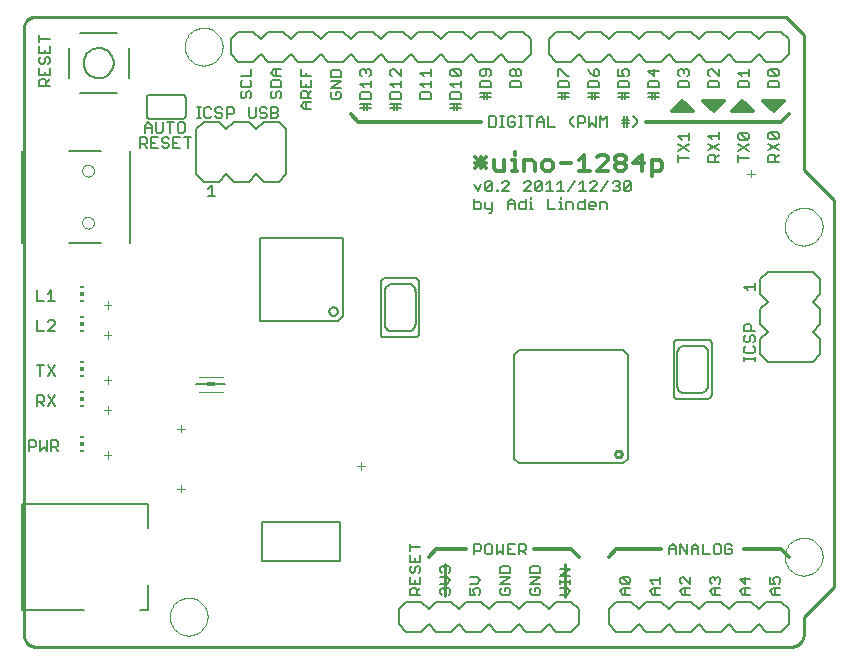
<source format=gto>
G75*
G70*
%OFA0B0*%
%FSLAX24Y24*%
%IPPOS*%
%LPD*%
%AMOC8*
5,1,8,0,0,1.08239X$1,22.5*
%
%ADD10C,0.0050*%
%ADD11C,0.0000*%
%ADD12C,0.0100*%
%ADD13C,0.0120*%
%ADD14C,0.0030*%
%ADD15C,0.0080*%
%ADD16C,0.0060*%
%ADD17R,0.0276X0.0118*%
%ADD18C,0.0028*%
%ADD19R,0.0118X0.0059*%
%ADD20R,0.0118X0.0118*%
D10*
X002629Y007363D02*
X002629Y007714D01*
X002804Y007714D01*
X002862Y007655D01*
X002862Y007538D01*
X002804Y007480D01*
X002629Y007480D01*
X002997Y007363D02*
X002997Y007714D01*
X003231Y007714D02*
X003231Y007363D01*
X003114Y007480D01*
X002997Y007363D01*
X003366Y007363D02*
X003366Y007714D01*
X003541Y007714D01*
X003599Y007655D01*
X003599Y007538D01*
X003541Y007480D01*
X003366Y007480D01*
X003482Y007480D02*
X003599Y007363D01*
X003481Y008863D02*
X003247Y009214D01*
X003112Y009155D02*
X003112Y009038D01*
X003054Y008980D01*
X002879Y008980D01*
X002996Y008980D02*
X003112Y008863D01*
X003247Y008863D02*
X003481Y009214D01*
X003112Y009155D02*
X003054Y009214D01*
X002879Y009214D01*
X002879Y008863D01*
X002996Y009863D02*
X002996Y010214D01*
X003112Y010214D02*
X002879Y010214D01*
X003247Y010214D02*
X003481Y009863D01*
X003247Y009863D02*
X003481Y010214D01*
X003481Y011363D02*
X003247Y011363D01*
X003481Y011597D01*
X003481Y011655D01*
X003422Y011714D01*
X003306Y011714D01*
X003247Y011655D01*
X003112Y011363D02*
X002879Y011363D01*
X002879Y011714D01*
X002879Y012363D02*
X003112Y012363D01*
X003247Y012363D02*
X003481Y012363D01*
X003364Y012363D02*
X003364Y012714D01*
X003247Y012597D01*
X002879Y012714D02*
X002879Y012363D01*
X002388Y014301D02*
X002388Y017372D01*
X003963Y017372D02*
X005026Y017372D01*
X006010Y017372D02*
X006010Y014301D01*
X006010Y014577D02*
X006010Y015010D01*
X005026Y014301D02*
X003963Y014301D01*
X006010Y016663D02*
X006010Y017096D01*
X006329Y017463D02*
X006329Y017814D01*
X006504Y017814D01*
X006562Y017755D01*
X006562Y017638D01*
X006504Y017580D01*
X006329Y017580D01*
X006446Y017580D02*
X006562Y017463D01*
X006697Y017463D02*
X006931Y017463D01*
X007066Y017522D02*
X007124Y017463D01*
X007241Y017463D01*
X007299Y017522D01*
X007299Y017580D01*
X007241Y017638D01*
X007124Y017638D01*
X007066Y017697D01*
X007066Y017755D01*
X007124Y017814D01*
X007241Y017814D01*
X007299Y017755D01*
X007434Y017814D02*
X007434Y017463D01*
X007667Y017463D01*
X007551Y017638D02*
X007434Y017638D01*
X007434Y017814D02*
X007667Y017814D01*
X007802Y017814D02*
X008036Y017814D01*
X007919Y017814D02*
X007919Y017463D01*
X007759Y017963D02*
X007642Y017963D01*
X007584Y018022D01*
X007584Y018255D01*
X007642Y018314D01*
X007759Y018314D01*
X007817Y018255D01*
X007817Y018022D01*
X007759Y017963D01*
X007449Y018314D02*
X007216Y018314D01*
X007332Y018314D02*
X007332Y017963D01*
X007081Y018022D02*
X007081Y018314D01*
X006847Y018314D02*
X006847Y018022D01*
X006906Y017963D01*
X007022Y017963D01*
X007081Y018022D01*
X006931Y017814D02*
X006697Y017814D01*
X006697Y017463D01*
X006697Y017638D02*
X006814Y017638D01*
X006712Y017963D02*
X006712Y018197D01*
X006596Y018314D01*
X006479Y018197D01*
X006479Y017963D01*
X006479Y018138D02*
X006712Y018138D01*
X008229Y018463D02*
X008346Y018463D01*
X008287Y018463D02*
X008287Y018814D01*
X008229Y018814D02*
X008346Y018814D01*
X008474Y018755D02*
X008533Y018814D01*
X008650Y018814D01*
X008708Y018755D01*
X008843Y018755D02*
X008843Y018697D01*
X008901Y018638D01*
X009018Y018638D01*
X009076Y018580D01*
X009076Y018522D01*
X009018Y018463D01*
X008901Y018463D01*
X008843Y018522D01*
X008708Y018522D02*
X008650Y018463D01*
X008533Y018463D01*
X008474Y018522D01*
X008474Y018755D01*
X008843Y018755D02*
X008901Y018814D01*
X009018Y018814D01*
X009076Y018755D01*
X009211Y018814D02*
X009211Y018463D01*
X009211Y018580D02*
X009386Y018580D01*
X009445Y018638D01*
X009445Y018755D01*
X009386Y018814D01*
X009211Y018814D01*
X009686Y019170D02*
X009744Y019112D01*
X009802Y019112D01*
X009861Y019170D01*
X009861Y019287D01*
X009919Y019345D01*
X009978Y019345D01*
X010036Y019287D01*
X010036Y019170D01*
X009978Y019112D01*
X009686Y019170D02*
X009686Y019287D01*
X009744Y019345D01*
X009744Y019480D02*
X009978Y019480D01*
X010036Y019538D01*
X010036Y019655D01*
X009978Y019714D01*
X010036Y019848D02*
X010036Y020082D01*
X010036Y019848D02*
X009686Y019848D01*
X009744Y019714D02*
X009686Y019655D01*
X009686Y019538D01*
X009744Y019480D01*
X009948Y018814D02*
X009948Y018522D01*
X010006Y018463D01*
X010123Y018463D01*
X010181Y018522D01*
X010181Y018814D01*
X010316Y018755D02*
X010374Y018814D01*
X010491Y018814D01*
X010549Y018755D01*
X010491Y018638D02*
X010549Y018580D01*
X010549Y018522D01*
X010491Y018463D01*
X010374Y018463D01*
X010316Y018522D01*
X010374Y018638D02*
X010491Y018638D01*
X010374Y018638D02*
X010316Y018697D01*
X010316Y018755D01*
X010684Y018814D02*
X010684Y018463D01*
X010859Y018463D01*
X010918Y018522D01*
X010918Y018580D01*
X010859Y018638D01*
X010684Y018638D01*
X010859Y018638D02*
X010918Y018697D01*
X010918Y018755D01*
X010859Y018814D01*
X010684Y018814D01*
X010744Y019112D02*
X010686Y019170D01*
X010686Y019287D01*
X010744Y019345D01*
X010861Y019287D02*
X010919Y019345D01*
X010978Y019345D01*
X011036Y019287D01*
X011036Y019170D01*
X010978Y019112D01*
X010861Y019170D02*
X010861Y019287D01*
X010861Y019170D02*
X010802Y019112D01*
X010744Y019112D01*
X010686Y019480D02*
X010686Y019655D01*
X010744Y019714D01*
X010978Y019714D01*
X011036Y019655D01*
X011036Y019480D01*
X010686Y019480D01*
X010802Y019848D02*
X010686Y019965D01*
X010802Y020082D01*
X011036Y020082D01*
X010861Y020082D02*
X010861Y019848D01*
X010802Y019848D02*
X011036Y019848D01*
X011686Y019848D02*
X011686Y020082D01*
X011861Y019965D02*
X011861Y019848D01*
X012036Y019848D02*
X011686Y019848D01*
X011686Y019714D02*
X011686Y019480D01*
X012036Y019480D01*
X012036Y019714D01*
X011861Y019597D02*
X011861Y019480D01*
X011861Y019345D02*
X011919Y019287D01*
X011919Y019112D01*
X011919Y019229D02*
X012036Y019345D01*
X011861Y019345D02*
X011744Y019345D01*
X011686Y019287D01*
X011686Y019112D01*
X012036Y019112D01*
X012036Y018977D02*
X011802Y018977D01*
X011686Y018860D01*
X011802Y018744D01*
X012036Y018744D01*
X011861Y018744D02*
X011861Y018977D01*
X012681Y019160D02*
X012740Y019102D01*
X012973Y019102D01*
X013032Y019160D01*
X013032Y019277D01*
X012973Y019335D01*
X012856Y019335D01*
X012856Y019219D01*
X012740Y019335D02*
X012681Y019277D01*
X012681Y019160D01*
X012681Y019470D02*
X013032Y019704D01*
X012681Y019704D01*
X012681Y019838D02*
X012681Y020014D01*
X012740Y020072D01*
X012973Y020072D01*
X013032Y020014D01*
X013032Y019838D01*
X012681Y019838D01*
X012681Y019470D02*
X013032Y019470D01*
X013674Y019592D02*
X014024Y019592D01*
X014024Y019708D02*
X014024Y019475D01*
X013966Y019340D02*
X013732Y019340D01*
X013674Y019282D01*
X013674Y019107D01*
X014024Y019107D01*
X014024Y019282D01*
X013966Y019340D01*
X013791Y019475D02*
X013674Y019592D01*
X013732Y019843D02*
X013674Y019902D01*
X013674Y020018D01*
X013732Y020077D01*
X013791Y020077D01*
X013849Y020018D01*
X013907Y020077D01*
X013966Y020077D01*
X014024Y020018D01*
X014024Y019902D01*
X013966Y019843D01*
X013849Y019960D02*
X013849Y020018D01*
X014674Y020018D02*
X014674Y019902D01*
X014732Y019843D01*
X014674Y020018D02*
X014732Y020077D01*
X014791Y020077D01*
X015024Y019843D01*
X015024Y020077D01*
X015024Y019708D02*
X015024Y019475D01*
X015024Y019592D02*
X014674Y019592D01*
X014791Y019475D01*
X014732Y019340D02*
X014674Y019282D01*
X014674Y019107D01*
X015024Y019107D01*
X015024Y019282D01*
X014966Y019340D01*
X014732Y019340D01*
X014791Y018972D02*
X014791Y018913D01*
X014791Y018738D01*
X014907Y018738D02*
X014907Y018972D01*
X015024Y018913D02*
X014674Y018913D01*
X014674Y018797D02*
X015024Y018797D01*
X015674Y019107D02*
X015674Y019282D01*
X015732Y019340D01*
X015966Y019340D01*
X016024Y019282D01*
X016024Y019107D01*
X015674Y019107D01*
X015791Y019475D02*
X015674Y019592D01*
X016024Y019592D01*
X016024Y019708D02*
X016024Y019475D01*
X016024Y019843D02*
X016024Y020077D01*
X016024Y019960D02*
X015674Y019960D01*
X015791Y019843D01*
X016674Y019902D02*
X016674Y020018D01*
X016732Y020077D01*
X016966Y019843D01*
X017024Y019902D01*
X017024Y020018D01*
X016966Y020077D01*
X016732Y020077D01*
X016674Y019902D02*
X016732Y019843D01*
X016966Y019843D01*
X017024Y019708D02*
X017024Y019475D01*
X017024Y019592D02*
X016674Y019592D01*
X016791Y019475D01*
X016732Y019340D02*
X016674Y019282D01*
X016674Y019107D01*
X017024Y019107D01*
X017024Y019282D01*
X016966Y019340D01*
X016732Y019340D01*
X016791Y018972D02*
X016791Y018913D01*
X016791Y018738D01*
X016907Y018738D02*
X016907Y018972D01*
X017024Y018913D02*
X016674Y018913D01*
X016674Y018797D02*
X017024Y018797D01*
X017674Y019165D02*
X018024Y019165D01*
X018024Y019282D02*
X017674Y019282D01*
X017791Y019282D02*
X017791Y019107D01*
X017907Y019107D02*
X017907Y019340D01*
X017791Y019340D02*
X017791Y019282D01*
X017674Y019475D02*
X018024Y019475D01*
X018024Y019650D01*
X017966Y019708D01*
X017732Y019708D01*
X017674Y019650D01*
X017674Y019475D01*
X017732Y019843D02*
X017791Y019843D01*
X017849Y019902D01*
X017849Y020077D01*
X017966Y020077D02*
X017732Y020077D01*
X017674Y020018D01*
X017674Y019902D01*
X017732Y019843D01*
X017966Y019843D02*
X018024Y019902D01*
X018024Y020018D01*
X017966Y020077D01*
X018674Y020018D02*
X018674Y019902D01*
X018732Y019843D01*
X018791Y019843D01*
X018849Y019902D01*
X018849Y020018D01*
X018907Y020077D01*
X018966Y020077D01*
X019024Y020018D01*
X019024Y019902D01*
X018966Y019843D01*
X018907Y019843D01*
X018849Y019902D01*
X018849Y020018D02*
X018791Y020077D01*
X018732Y020077D01*
X018674Y020018D01*
X018732Y019708D02*
X018674Y019650D01*
X018674Y019475D01*
X019024Y019475D01*
X019024Y019650D01*
X018966Y019708D01*
X018732Y019708D01*
X018763Y018512D02*
X018646Y018512D01*
X018588Y018453D01*
X018588Y018220D01*
X018646Y018162D01*
X018763Y018162D01*
X018821Y018220D01*
X018821Y018337D01*
X018705Y018337D01*
X018821Y018453D02*
X018763Y018512D01*
X018956Y018512D02*
X019073Y018512D01*
X019015Y018512D02*
X019015Y018162D01*
X019073Y018162D02*
X018956Y018162D01*
X019202Y018512D02*
X019435Y018512D01*
X019319Y018512D02*
X019319Y018162D01*
X019570Y018162D02*
X019570Y018395D01*
X019687Y018512D01*
X019804Y018395D01*
X019804Y018162D01*
X019938Y018162D02*
X019938Y018512D01*
X019804Y018337D02*
X019570Y018337D01*
X019938Y018162D02*
X020172Y018162D01*
X020675Y018278D02*
X020675Y018395D01*
X020792Y018512D01*
X020921Y018512D02*
X020921Y018162D01*
X020921Y018278D02*
X021096Y018278D01*
X021154Y018337D01*
X021154Y018453D01*
X021096Y018512D01*
X020921Y018512D01*
X020675Y018278D02*
X020792Y018162D01*
X021289Y018162D02*
X021406Y018278D01*
X021522Y018162D01*
X021522Y018512D01*
X021657Y018512D02*
X021774Y018395D01*
X021891Y018512D01*
X021891Y018162D01*
X021657Y018162D02*
X021657Y018512D01*
X021289Y018512D02*
X021289Y018162D01*
X021391Y019107D02*
X021391Y019282D01*
X021391Y019340D01*
X021507Y019340D02*
X021507Y019107D01*
X021624Y019165D02*
X021274Y019165D01*
X021274Y019282D02*
X021624Y019282D01*
X021624Y019475D02*
X021624Y019650D01*
X021566Y019708D01*
X021332Y019708D01*
X021274Y019650D01*
X021274Y019475D01*
X021624Y019475D01*
X021566Y019843D02*
X021624Y019902D01*
X021624Y020018D01*
X021566Y020077D01*
X021507Y020077D01*
X021449Y020018D01*
X021449Y019843D01*
X021566Y019843D01*
X021449Y019843D02*
X021332Y019960D01*
X021274Y020077D01*
X020624Y019843D02*
X020566Y019843D01*
X020332Y020077D01*
X020274Y020077D01*
X020274Y019843D01*
X020332Y019708D02*
X020274Y019650D01*
X020274Y019475D01*
X020624Y019475D01*
X020624Y019650D01*
X020566Y019708D01*
X020332Y019708D01*
X020391Y019340D02*
X020391Y019282D01*
X020391Y019107D01*
X020507Y019107D02*
X020507Y019340D01*
X020624Y019282D02*
X020274Y019282D01*
X020274Y019165D02*
X020624Y019165D01*
X022274Y019165D02*
X022624Y019165D01*
X022624Y019282D02*
X022274Y019282D01*
X022391Y019282D02*
X022391Y019107D01*
X022507Y019107D02*
X022507Y019340D01*
X022391Y019340D02*
X022391Y019282D01*
X022274Y019475D02*
X022624Y019475D01*
X022624Y019650D01*
X022566Y019708D01*
X022332Y019708D01*
X022274Y019650D01*
X022274Y019475D01*
X022274Y019843D02*
X022449Y019843D01*
X022391Y019960D01*
X022391Y020018D01*
X022449Y020077D01*
X022566Y020077D01*
X022624Y020018D01*
X022624Y019902D01*
X022566Y019843D01*
X022274Y019843D02*
X022274Y020077D01*
X023274Y020018D02*
X023449Y019843D01*
X023449Y020077D01*
X023624Y020018D02*
X023274Y020018D01*
X023332Y019708D02*
X023274Y019650D01*
X023274Y019475D01*
X023624Y019475D01*
X023624Y019650D01*
X023566Y019708D01*
X023332Y019708D01*
X023391Y019340D02*
X023391Y019282D01*
X023391Y019107D01*
X023507Y019107D02*
X023507Y019340D01*
X023624Y019282D02*
X023274Y019282D01*
X023274Y019165D02*
X023624Y019165D01*
X024274Y019475D02*
X024274Y019650D01*
X024332Y019708D01*
X024566Y019708D01*
X024624Y019650D01*
X024624Y019475D01*
X024274Y019475D01*
X024332Y019843D02*
X024274Y019902D01*
X024274Y020018D01*
X024332Y020077D01*
X024391Y020077D01*
X024449Y020018D01*
X024507Y020077D01*
X024566Y020077D01*
X024624Y020018D01*
X024624Y019902D01*
X024566Y019843D01*
X024449Y019960D02*
X024449Y020018D01*
X025274Y020018D02*
X025274Y019902D01*
X025332Y019843D01*
X025332Y019708D02*
X025274Y019650D01*
X025274Y019475D01*
X025624Y019475D01*
X025624Y019650D01*
X025566Y019708D01*
X025332Y019708D01*
X025624Y019843D02*
X025391Y020077D01*
X025332Y020077D01*
X025274Y020018D01*
X025624Y020077D02*
X025624Y019843D01*
X026274Y019960D02*
X026624Y019960D01*
X026624Y019843D02*
X026624Y020077D01*
X026391Y019843D02*
X026274Y019960D01*
X026332Y019708D02*
X026274Y019650D01*
X026274Y019475D01*
X026624Y019475D01*
X026624Y019650D01*
X026566Y019708D01*
X026332Y019708D01*
X027274Y019650D02*
X027274Y019475D01*
X027624Y019475D01*
X027624Y019650D01*
X027566Y019708D01*
X027332Y019708D01*
X027274Y019650D01*
X027332Y019843D02*
X027274Y019902D01*
X027274Y020018D01*
X027332Y020077D01*
X027566Y019843D01*
X027624Y019902D01*
X027624Y020018D01*
X027566Y020077D01*
X027332Y020077D01*
X027332Y019843D02*
X027566Y019843D01*
X027566Y017977D02*
X027624Y017918D01*
X027624Y017802D01*
X027566Y017743D01*
X027332Y017977D01*
X027566Y017977D01*
X027332Y017977D02*
X027274Y017918D01*
X027274Y017802D01*
X027332Y017743D01*
X027566Y017743D01*
X027624Y017608D02*
X027274Y017375D01*
X027332Y017240D02*
X027449Y017240D01*
X027507Y017182D01*
X027507Y017007D01*
X027507Y017123D02*
X027624Y017240D01*
X027624Y017375D02*
X027274Y017608D01*
X027332Y017240D02*
X027274Y017182D01*
X027274Y017007D01*
X027624Y017007D01*
X026626Y017119D02*
X026276Y017119D01*
X026276Y017235D02*
X026276Y017002D01*
X026276Y017370D02*
X026626Y017604D01*
X026568Y017738D02*
X026334Y017738D01*
X026276Y017797D01*
X026276Y017914D01*
X026334Y017972D01*
X026568Y017738D01*
X026626Y017797D01*
X026626Y017914D01*
X026568Y017972D01*
X026334Y017972D01*
X026276Y017604D02*
X026626Y017370D01*
X025624Y017375D02*
X025274Y017608D01*
X025391Y017743D02*
X025274Y017860D01*
X025624Y017860D01*
X025624Y017743D02*
X025624Y017977D01*
X025624Y017608D02*
X025274Y017375D01*
X025332Y017240D02*
X025449Y017240D01*
X025507Y017182D01*
X025507Y017007D01*
X025507Y017123D02*
X025624Y017240D01*
X025624Y017007D02*
X025274Y017007D01*
X025274Y017182D01*
X025332Y017240D01*
X024626Y017119D02*
X024276Y017119D01*
X024276Y017235D02*
X024276Y017002D01*
X024276Y017370D02*
X024626Y017604D01*
X024626Y017738D02*
X024626Y017972D01*
X024626Y017855D02*
X024276Y017855D01*
X024392Y017738D01*
X024276Y017604D02*
X024626Y017370D01*
X022879Y018278D02*
X022879Y018395D01*
X022762Y018512D01*
X022627Y018395D02*
X022569Y018395D01*
X022394Y018395D01*
X022394Y018278D02*
X022627Y018278D01*
X022569Y018162D02*
X022569Y018512D01*
X022452Y018512D02*
X022452Y018162D01*
X022762Y018162D02*
X022879Y018278D01*
X022621Y016362D02*
X022680Y016303D01*
X022446Y016070D01*
X022505Y016012D01*
X022621Y016012D01*
X022680Y016070D01*
X022680Y016303D01*
X022621Y016362D02*
X022505Y016362D01*
X022446Y016303D01*
X022446Y016070D01*
X022311Y016070D02*
X022253Y016012D01*
X022136Y016012D01*
X022078Y016070D01*
X022195Y016187D02*
X022253Y016187D01*
X022311Y016128D01*
X022311Y016070D01*
X022253Y016187D02*
X022311Y016245D01*
X022311Y016303D01*
X022253Y016362D01*
X022136Y016362D01*
X022078Y016303D01*
X021943Y016362D02*
X021710Y016012D01*
X021575Y016012D02*
X021341Y016012D01*
X021575Y016245D01*
X021575Y016303D01*
X021516Y016362D01*
X021400Y016362D01*
X021341Y016303D01*
X021090Y016362D02*
X020973Y016245D01*
X021090Y016362D02*
X021090Y016012D01*
X020973Y016012D02*
X021207Y016012D01*
X021145Y015762D02*
X021145Y015412D01*
X020970Y015412D01*
X020912Y015470D01*
X020912Y015587D01*
X020970Y015645D01*
X021145Y015645D01*
X021280Y015587D02*
X021338Y015645D01*
X021455Y015645D01*
X021513Y015587D01*
X021513Y015528D01*
X021280Y015528D01*
X021280Y015470D02*
X021280Y015587D01*
X021280Y015470D02*
X021338Y015412D01*
X021455Y015412D01*
X021648Y015412D02*
X021648Y015645D01*
X021823Y015645D01*
X021882Y015587D01*
X021882Y015412D01*
X020777Y015412D02*
X020777Y015587D01*
X020718Y015645D01*
X020543Y015645D01*
X020543Y015412D01*
X020415Y015412D02*
X020298Y015412D01*
X020356Y015412D02*
X020356Y015645D01*
X020298Y015645D01*
X020356Y015762D02*
X020356Y015820D01*
X020353Y016012D02*
X020353Y016362D01*
X020236Y016245D01*
X020236Y016012D02*
X020470Y016012D01*
X020605Y016012D02*
X020838Y016362D01*
X020102Y016012D02*
X019868Y016012D01*
X019985Y016012D02*
X019985Y016362D01*
X019868Y016245D01*
X019733Y016303D02*
X019733Y016070D01*
X019675Y016012D01*
X019558Y016012D01*
X019500Y016070D01*
X019733Y016303D01*
X019675Y016362D01*
X019558Y016362D01*
X019500Y016303D01*
X019500Y016070D01*
X019365Y016012D02*
X019131Y016012D01*
X019365Y016245D01*
X019365Y016303D01*
X019307Y016362D01*
X019190Y016362D01*
X019131Y016303D01*
X018628Y016303D02*
X018628Y016245D01*
X018395Y016012D01*
X018628Y016012D01*
X018696Y015762D02*
X018579Y015645D01*
X018579Y015412D01*
X018579Y015587D02*
X018813Y015587D01*
X018813Y015645D02*
X018813Y015412D01*
X018947Y015470D02*
X018947Y015587D01*
X019006Y015645D01*
X019181Y015645D01*
X019181Y015762D02*
X019181Y015412D01*
X019006Y015412D01*
X018947Y015470D01*
X018813Y015645D02*
X018696Y015762D01*
X018269Y016012D02*
X018269Y016070D01*
X018211Y016070D01*
X018211Y016012D01*
X018269Y016012D01*
X018076Y016070D02*
X018018Y016012D01*
X017901Y016012D01*
X017842Y016070D01*
X018076Y016303D01*
X018076Y016070D01*
X018076Y016303D02*
X018018Y016362D01*
X017901Y016362D01*
X017842Y016303D01*
X017842Y016070D01*
X017708Y016245D02*
X017591Y016012D01*
X017474Y016245D01*
X017474Y015762D02*
X017474Y015412D01*
X017649Y015412D01*
X017708Y015470D01*
X017708Y015587D01*
X017649Y015645D01*
X017474Y015645D01*
X017842Y015645D02*
X017842Y015470D01*
X017901Y015412D01*
X018076Y015412D01*
X018076Y015353D02*
X018018Y015295D01*
X017959Y015295D01*
X018076Y015353D02*
X018076Y015645D01*
X018395Y016303D02*
X018453Y016362D01*
X018570Y016362D01*
X018628Y016303D01*
X019374Y015820D02*
X019374Y015762D01*
X019374Y015645D02*
X019374Y015412D01*
X019316Y015412D02*
X019432Y015412D01*
X019374Y015645D02*
X019316Y015645D01*
X019929Y015762D02*
X019929Y015412D01*
X020163Y015412D01*
X018459Y018162D02*
X018342Y018162D01*
X018401Y018162D02*
X018401Y018512D01*
X018459Y018512D02*
X018342Y018512D01*
X018208Y018453D02*
X018149Y018512D01*
X017974Y018512D01*
X017974Y018162D01*
X018149Y018162D01*
X018208Y018220D01*
X018208Y018453D01*
X014024Y018797D02*
X013674Y018797D01*
X013674Y018913D02*
X014024Y018913D01*
X013907Y018972D02*
X013907Y018738D01*
X013791Y018738D02*
X013791Y018913D01*
X013791Y018972D01*
X008718Y016210D02*
X008718Y015860D01*
X008601Y015860D02*
X008835Y015860D01*
X008601Y016093D02*
X008718Y016210D01*
X003322Y019516D02*
X002972Y019516D01*
X002972Y019691D01*
X003031Y019750D01*
X003147Y019750D01*
X003206Y019691D01*
X003206Y019516D01*
X003206Y019633D02*
X003322Y019750D01*
X003322Y019885D02*
X003322Y020118D01*
X003264Y020253D02*
X003322Y020311D01*
X003322Y020428D01*
X003264Y020486D01*
X003206Y020486D01*
X003147Y020428D01*
X003147Y020311D01*
X003089Y020253D01*
X003031Y020253D01*
X002972Y020311D01*
X002972Y020428D01*
X003031Y020486D01*
X002972Y020621D02*
X003322Y020621D01*
X003322Y020855D01*
X003147Y020738D02*
X003147Y020621D01*
X002972Y020621D02*
X002972Y020855D01*
X002972Y020990D02*
X002972Y021223D01*
X002972Y021106D02*
X003322Y021106D01*
X002972Y020118D02*
X002972Y019885D01*
X003322Y019885D01*
X003147Y019885D02*
X003147Y020001D01*
X014369Y012996D02*
X014369Y011240D01*
X014371Y011223D01*
X014376Y011206D01*
X014384Y011191D01*
X014395Y011178D01*
X014408Y011167D01*
X014423Y011159D01*
X014440Y011154D01*
X014457Y011152D01*
X015478Y011152D01*
X015499Y011151D01*
X015520Y011153D01*
X015540Y011158D01*
X015559Y011166D01*
X015576Y011177D01*
X015592Y011190D01*
X015605Y011206D01*
X015616Y011224D01*
X015624Y011243D01*
X015629Y011263D01*
X015629Y011264D02*
X015629Y013009D01*
X015629Y013010D02*
X015624Y013030D01*
X015616Y013049D01*
X015605Y013067D01*
X015592Y013083D01*
X015576Y013096D01*
X015559Y013107D01*
X015540Y013115D01*
X015520Y013120D01*
X015499Y013122D01*
X015478Y013121D01*
X014494Y013121D01*
X014494Y013120D02*
X014475Y013118D01*
X014456Y013114D01*
X014438Y013106D01*
X014421Y013096D01*
X014406Y013084D01*
X014394Y013069D01*
X014384Y013052D01*
X014376Y013034D01*
X014372Y013015D01*
X014370Y012996D01*
X014487Y012688D02*
X014487Y011585D01*
X014488Y011585D02*
X014490Y011557D01*
X014495Y011529D01*
X014503Y011501D01*
X014515Y011475D01*
X014530Y011451D01*
X014547Y011429D01*
X014568Y011408D01*
X014590Y011391D01*
X014614Y011376D01*
X014640Y011364D01*
X014668Y011356D01*
X014696Y011351D01*
X014724Y011349D01*
X015275Y011349D01*
X015305Y011353D01*
X015335Y011361D01*
X015364Y011372D01*
X015392Y011387D01*
X015417Y011405D01*
X015440Y011426D01*
X015460Y011450D01*
X015477Y011476D01*
X015491Y011503D01*
X015502Y011533D01*
X015509Y011563D01*
X015512Y011594D01*
X015511Y011625D01*
X015511Y012688D01*
X015510Y012687D02*
X015511Y012716D01*
X015508Y012744D01*
X015501Y012772D01*
X015491Y012798D01*
X015477Y012823D01*
X015461Y012846D01*
X015441Y012866D01*
X015419Y012884D01*
X015395Y012899D01*
X015369Y012911D01*
X015342Y012919D01*
X015314Y012923D01*
X015314Y012924D02*
X014763Y012924D01*
X014732Y012925D01*
X014701Y012922D01*
X014671Y012915D01*
X014641Y012904D01*
X014614Y012890D01*
X014588Y012873D01*
X014564Y012853D01*
X014543Y012830D01*
X014525Y012805D01*
X014510Y012777D01*
X014499Y012749D01*
X014491Y012719D01*
X014487Y012688D01*
X009172Y009587D02*
X008187Y009587D01*
X015324Y004268D02*
X015324Y004035D01*
X015324Y004151D02*
X015674Y004151D01*
X015674Y003900D02*
X015674Y003666D01*
X015324Y003666D01*
X015324Y003900D01*
X015499Y003783D02*
X015499Y003666D01*
X015557Y003532D02*
X015616Y003532D01*
X015674Y003473D01*
X015674Y003356D01*
X015616Y003298D01*
X015499Y003356D02*
X015499Y003473D01*
X015557Y003532D01*
X015382Y003532D02*
X015324Y003473D01*
X015324Y003356D01*
X015382Y003298D01*
X015441Y003298D01*
X015499Y003356D01*
X015674Y003163D02*
X015674Y002930D01*
X015324Y002930D01*
X015324Y003163D01*
X015499Y003047D02*
X015499Y002930D01*
X015499Y002795D02*
X015557Y002737D01*
X015557Y002562D01*
X015557Y002678D02*
X015674Y002795D01*
X015499Y002795D02*
X015382Y002795D01*
X015324Y002737D01*
X015324Y002562D01*
X015674Y002562D01*
X016324Y002620D02*
X016324Y002737D01*
X016382Y002795D01*
X016441Y002795D01*
X016499Y002737D01*
X016557Y002795D01*
X016616Y002795D01*
X016674Y002737D01*
X016674Y002620D01*
X016616Y002562D01*
X016499Y002678D02*
X016499Y002737D01*
X016557Y002930D02*
X016324Y002930D01*
X016324Y003163D02*
X016557Y003163D01*
X016674Y003047D01*
X016557Y002930D01*
X016324Y002620D02*
X016382Y002562D01*
X016382Y003298D02*
X016324Y003356D01*
X016324Y003473D01*
X016382Y003532D01*
X016441Y003532D01*
X016499Y003473D01*
X016557Y003532D01*
X016616Y003532D01*
X016674Y003473D01*
X016674Y003356D01*
X016616Y003298D01*
X016499Y003415D02*
X016499Y003473D01*
X017324Y003163D02*
X017557Y003163D01*
X017674Y003047D01*
X017557Y002930D01*
X017324Y002930D01*
X017324Y002795D02*
X017324Y002562D01*
X017499Y002562D01*
X017441Y002678D01*
X017441Y002737D01*
X017499Y002795D01*
X017616Y002795D01*
X017674Y002737D01*
X017674Y002620D01*
X017616Y002562D01*
X018324Y002620D02*
X018382Y002562D01*
X018616Y002562D01*
X018674Y002620D01*
X018674Y002737D01*
X018616Y002795D01*
X018499Y002795D01*
X018499Y002678D01*
X018382Y002795D02*
X018324Y002737D01*
X018324Y002620D01*
X018324Y002930D02*
X018674Y003163D01*
X018324Y003163D01*
X018324Y003298D02*
X018324Y003473D01*
X018382Y003532D01*
X018616Y003532D01*
X018674Y003473D01*
X018674Y003298D01*
X018324Y003298D01*
X018324Y002930D02*
X018674Y002930D01*
X019324Y002930D02*
X019674Y003163D01*
X019324Y003163D01*
X019324Y003298D02*
X019324Y003473D01*
X019382Y003532D01*
X019616Y003532D01*
X019674Y003473D01*
X019674Y003298D01*
X019324Y003298D01*
X019324Y002930D02*
X019674Y002930D01*
X019616Y002795D02*
X019499Y002795D01*
X019499Y002678D01*
X019382Y002562D02*
X019616Y002562D01*
X019674Y002620D01*
X019674Y002737D01*
X019616Y002795D01*
X019382Y002795D02*
X019324Y002737D01*
X019324Y002620D01*
X019382Y002562D01*
X020324Y002562D02*
X020557Y002562D01*
X020674Y002678D01*
X020557Y002795D01*
X020324Y002795D01*
X020324Y002930D02*
X020324Y003047D01*
X020324Y002988D02*
X020674Y002988D01*
X020674Y002930D02*
X020674Y003047D01*
X020674Y003175D02*
X020324Y003175D01*
X020674Y003409D01*
X020324Y003409D01*
X019181Y003912D02*
X019064Y004028D01*
X019122Y004028D02*
X018947Y004028D01*
X018947Y003912D02*
X018947Y004262D01*
X019122Y004262D01*
X019181Y004203D01*
X019181Y004087D01*
X019122Y004028D01*
X018813Y003912D02*
X018579Y003912D01*
X018579Y004262D01*
X018813Y004262D01*
X018696Y004087D02*
X018579Y004087D01*
X018444Y003912D02*
X018444Y004262D01*
X018211Y004262D02*
X018211Y003912D01*
X018327Y004028D01*
X018444Y003912D01*
X018076Y003970D02*
X018076Y004203D01*
X018018Y004262D01*
X017901Y004262D01*
X017842Y004203D01*
X017842Y003970D01*
X017901Y003912D01*
X018018Y003912D01*
X018076Y003970D01*
X017708Y004087D02*
X017708Y004203D01*
X017649Y004262D01*
X017474Y004262D01*
X017474Y003912D01*
X017474Y004028D02*
X017649Y004028D01*
X017708Y004087D01*
X022324Y003105D02*
X022382Y003163D01*
X022616Y002930D01*
X022674Y002988D01*
X022674Y003105D01*
X022616Y003163D01*
X022382Y003163D01*
X022324Y003105D02*
X022324Y002988D01*
X022382Y002930D01*
X022616Y002930D01*
X022674Y002795D02*
X022441Y002795D01*
X022324Y002678D01*
X022441Y002562D01*
X022674Y002562D01*
X022499Y002562D02*
X022499Y002795D01*
X023324Y002678D02*
X023441Y002795D01*
X023674Y002795D01*
X023674Y002930D02*
X023674Y003163D01*
X023674Y003047D02*
X023324Y003047D01*
X023441Y002930D01*
X023499Y002795D02*
X023499Y002562D01*
X023441Y002562D02*
X023324Y002678D01*
X023441Y002562D02*
X023674Y002562D01*
X024324Y002678D02*
X024441Y002795D01*
X024674Y002795D01*
X024674Y002930D02*
X024441Y003163D01*
X024382Y003163D01*
X024324Y003105D01*
X024324Y002988D01*
X024382Y002930D01*
X024499Y002795D02*
X024499Y002562D01*
X024441Y002562D02*
X024324Y002678D01*
X024441Y002562D02*
X024674Y002562D01*
X024674Y002930D02*
X024674Y003163D01*
X025324Y003105D02*
X025382Y003163D01*
X025441Y003163D01*
X025499Y003105D01*
X025557Y003163D01*
X025616Y003163D01*
X025674Y003105D01*
X025674Y002988D01*
X025616Y002930D01*
X025674Y002795D02*
X025441Y002795D01*
X025324Y002678D01*
X025441Y002562D01*
X025674Y002562D01*
X025499Y002562D02*
X025499Y002795D01*
X025382Y002930D02*
X025324Y002988D01*
X025324Y003105D01*
X025499Y003105D02*
X025499Y003047D01*
X026324Y003105D02*
X026499Y002930D01*
X026499Y003163D01*
X026674Y003105D02*
X026324Y003105D01*
X026441Y002795D02*
X026674Y002795D01*
X026499Y002795D02*
X026499Y002562D01*
X026441Y002562D02*
X026324Y002678D01*
X026441Y002795D01*
X026441Y002562D02*
X026674Y002562D01*
X027324Y002678D02*
X027441Y002795D01*
X027674Y002795D01*
X027616Y002930D02*
X027674Y002988D01*
X027674Y003105D01*
X027616Y003163D01*
X027499Y003163D01*
X027441Y003105D01*
X027441Y003047D01*
X027499Y002930D01*
X027324Y002930D01*
X027324Y003163D01*
X027499Y002795D02*
X027499Y002562D01*
X027441Y002562D02*
X027324Y002678D01*
X027441Y002562D02*
X027674Y002562D01*
X026049Y003970D02*
X025991Y003912D01*
X025874Y003912D01*
X025816Y003970D01*
X025816Y004203D01*
X025874Y004262D01*
X025991Y004262D01*
X026049Y004203D01*
X026049Y004087D02*
X025932Y004087D01*
X026049Y004087D02*
X026049Y003970D01*
X025681Y003970D02*
X025681Y004203D01*
X025622Y004262D01*
X025506Y004262D01*
X025447Y004203D01*
X025447Y003970D01*
X025506Y003912D01*
X025622Y003912D01*
X025681Y003970D01*
X025313Y003912D02*
X025079Y003912D01*
X025079Y004262D01*
X024944Y004145D02*
X024944Y003912D01*
X024944Y004087D02*
X024711Y004087D01*
X024711Y004145D02*
X024711Y003912D01*
X024576Y003912D02*
X024576Y004262D01*
X024711Y004145D02*
X024827Y004262D01*
X024944Y004145D01*
X024576Y003912D02*
X024342Y004262D01*
X024342Y003912D01*
X024208Y003912D02*
X024208Y004145D01*
X024091Y004262D01*
X023974Y004145D01*
X023974Y003912D01*
X023974Y004087D02*
X024208Y004087D01*
X024270Y009102D02*
X025255Y009102D01*
X025255Y009103D02*
X025274Y009105D01*
X025293Y009109D01*
X025311Y009117D01*
X025328Y009127D01*
X025343Y009139D01*
X025355Y009154D01*
X025365Y009171D01*
X025373Y009189D01*
X025377Y009208D01*
X025379Y009227D01*
X025379Y010983D01*
X025377Y011000D01*
X025372Y011017D01*
X025364Y011032D01*
X025353Y011045D01*
X025340Y011056D01*
X025325Y011064D01*
X025308Y011069D01*
X025291Y011071D01*
X024270Y011071D01*
X024249Y011072D01*
X024228Y011070D01*
X024208Y011065D01*
X024189Y011057D01*
X024172Y011046D01*
X024156Y011033D01*
X024143Y011017D01*
X024132Y010999D01*
X024124Y010980D01*
X024119Y010960D01*
X024119Y010959D02*
X024119Y009214D01*
X024119Y009213D02*
X024124Y009193D01*
X024132Y009174D01*
X024143Y009156D01*
X024156Y009140D01*
X024172Y009127D01*
X024189Y009116D01*
X024208Y009108D01*
X024228Y009103D01*
X024249Y009101D01*
X024270Y009102D01*
X024434Y009299D02*
X024985Y009299D01*
X025016Y009298D01*
X025047Y009301D01*
X025077Y009308D01*
X025107Y009319D01*
X025134Y009333D01*
X025160Y009350D01*
X025184Y009370D01*
X025205Y009393D01*
X025223Y009418D01*
X025238Y009446D01*
X025249Y009474D01*
X025257Y009504D01*
X025261Y009535D01*
X025261Y010638D01*
X025259Y010666D01*
X025254Y010694D01*
X025246Y010722D01*
X025234Y010748D01*
X025219Y010772D01*
X025202Y010794D01*
X025181Y010815D01*
X025159Y010832D01*
X025135Y010847D01*
X025109Y010859D01*
X025081Y010867D01*
X025053Y010872D01*
X025025Y010874D01*
X024474Y010874D01*
X024473Y010874D02*
X024443Y010870D01*
X024413Y010862D01*
X024384Y010851D01*
X024356Y010836D01*
X024331Y010818D01*
X024308Y010797D01*
X024288Y010773D01*
X024271Y010747D01*
X024257Y010720D01*
X024246Y010690D01*
X024239Y010660D01*
X024236Y010629D01*
X024237Y010598D01*
X024237Y009535D01*
X024238Y009536D02*
X024237Y009507D01*
X024240Y009479D01*
X024247Y009451D01*
X024257Y009425D01*
X024271Y009400D01*
X024287Y009377D01*
X024307Y009357D01*
X024329Y009339D01*
X024353Y009324D01*
X024379Y009312D01*
X024406Y009304D01*
X024434Y009300D01*
X026472Y010366D02*
X026472Y010483D01*
X026472Y010425D02*
X026822Y010425D01*
X026822Y010483D02*
X026822Y010366D01*
X026764Y010612D02*
X026531Y010612D01*
X026472Y010670D01*
X026472Y010787D01*
X026531Y010845D01*
X026531Y010980D02*
X026589Y010980D01*
X026647Y011039D01*
X026647Y011155D01*
X026706Y011214D01*
X026764Y011214D01*
X026822Y011155D01*
X026822Y011039D01*
X026764Y010980D01*
X026764Y010845D02*
X026822Y010787D01*
X026822Y010670D01*
X026764Y010612D01*
X026531Y010980D02*
X026472Y011039D01*
X026472Y011155D01*
X026531Y011214D01*
X026472Y011348D02*
X026472Y011524D01*
X026531Y011582D01*
X026647Y011582D01*
X026706Y011524D01*
X026706Y011348D01*
X026822Y011348D02*
X026472Y011348D01*
X026589Y012716D02*
X026472Y012833D01*
X026822Y012833D01*
X026822Y012716D02*
X026822Y012950D01*
D11*
X027819Y014837D02*
X027821Y014887D01*
X027827Y014937D01*
X027837Y014986D01*
X027851Y015034D01*
X027868Y015081D01*
X027889Y015126D01*
X027914Y015170D01*
X027942Y015211D01*
X027974Y015250D01*
X028008Y015287D01*
X028045Y015321D01*
X028085Y015351D01*
X028127Y015378D01*
X028171Y015402D01*
X028217Y015423D01*
X028264Y015439D01*
X028312Y015452D01*
X028362Y015461D01*
X028411Y015466D01*
X028462Y015467D01*
X028512Y015464D01*
X028561Y015457D01*
X028610Y015446D01*
X028658Y015431D01*
X028704Y015413D01*
X028749Y015391D01*
X028792Y015365D01*
X028833Y015336D01*
X028872Y015304D01*
X028908Y015269D01*
X028940Y015231D01*
X028970Y015191D01*
X028997Y015148D01*
X029020Y015104D01*
X029039Y015058D01*
X029055Y015010D01*
X029067Y014961D01*
X029075Y014912D01*
X029079Y014862D01*
X029079Y014812D01*
X029075Y014762D01*
X029067Y014713D01*
X029055Y014664D01*
X029039Y014616D01*
X029020Y014570D01*
X028997Y014526D01*
X028970Y014483D01*
X028940Y014443D01*
X028908Y014405D01*
X028872Y014370D01*
X028833Y014338D01*
X028792Y014309D01*
X028749Y014283D01*
X028704Y014261D01*
X028658Y014243D01*
X028610Y014228D01*
X028561Y014217D01*
X028512Y014210D01*
X028462Y014207D01*
X028411Y014208D01*
X028362Y014213D01*
X028312Y014222D01*
X028264Y014235D01*
X028217Y014251D01*
X028171Y014272D01*
X028127Y014296D01*
X028085Y014323D01*
X028045Y014353D01*
X028008Y014387D01*
X027974Y014424D01*
X027942Y014463D01*
X027914Y014504D01*
X027889Y014548D01*
X027868Y014593D01*
X027851Y014640D01*
X027837Y014688D01*
X027827Y014737D01*
X027821Y014787D01*
X027819Y014837D01*
X027819Y003837D02*
X027821Y003887D01*
X027827Y003937D01*
X027837Y003986D01*
X027851Y004034D01*
X027868Y004081D01*
X027889Y004126D01*
X027914Y004170D01*
X027942Y004211D01*
X027974Y004250D01*
X028008Y004287D01*
X028045Y004321D01*
X028085Y004351D01*
X028127Y004378D01*
X028171Y004402D01*
X028217Y004423D01*
X028264Y004439D01*
X028312Y004452D01*
X028362Y004461D01*
X028411Y004466D01*
X028462Y004467D01*
X028512Y004464D01*
X028561Y004457D01*
X028610Y004446D01*
X028658Y004431D01*
X028704Y004413D01*
X028749Y004391D01*
X028792Y004365D01*
X028833Y004336D01*
X028872Y004304D01*
X028908Y004269D01*
X028940Y004231D01*
X028970Y004191D01*
X028997Y004148D01*
X029020Y004104D01*
X029039Y004058D01*
X029055Y004010D01*
X029067Y003961D01*
X029075Y003912D01*
X029079Y003862D01*
X029079Y003812D01*
X029075Y003762D01*
X029067Y003713D01*
X029055Y003664D01*
X029039Y003616D01*
X029020Y003570D01*
X028997Y003526D01*
X028970Y003483D01*
X028940Y003443D01*
X028908Y003405D01*
X028872Y003370D01*
X028833Y003338D01*
X028792Y003309D01*
X028749Y003283D01*
X028704Y003261D01*
X028658Y003243D01*
X028610Y003228D01*
X028561Y003217D01*
X028512Y003210D01*
X028462Y003207D01*
X028411Y003208D01*
X028362Y003213D01*
X028312Y003222D01*
X028264Y003235D01*
X028217Y003251D01*
X028171Y003272D01*
X028127Y003296D01*
X028085Y003323D01*
X028045Y003353D01*
X028008Y003387D01*
X027974Y003424D01*
X027942Y003463D01*
X027914Y003504D01*
X027889Y003548D01*
X027868Y003593D01*
X027851Y003640D01*
X027837Y003688D01*
X027827Y003737D01*
X027821Y003787D01*
X027819Y003837D01*
X007319Y001837D02*
X007321Y001887D01*
X007327Y001937D01*
X007337Y001986D01*
X007351Y002034D01*
X007368Y002081D01*
X007389Y002126D01*
X007414Y002170D01*
X007442Y002211D01*
X007474Y002250D01*
X007508Y002287D01*
X007545Y002321D01*
X007585Y002351D01*
X007627Y002378D01*
X007671Y002402D01*
X007717Y002423D01*
X007764Y002439D01*
X007812Y002452D01*
X007862Y002461D01*
X007911Y002466D01*
X007962Y002467D01*
X008012Y002464D01*
X008061Y002457D01*
X008110Y002446D01*
X008158Y002431D01*
X008204Y002413D01*
X008249Y002391D01*
X008292Y002365D01*
X008333Y002336D01*
X008372Y002304D01*
X008408Y002269D01*
X008440Y002231D01*
X008470Y002191D01*
X008497Y002148D01*
X008520Y002104D01*
X008539Y002058D01*
X008555Y002010D01*
X008567Y001961D01*
X008575Y001912D01*
X008579Y001862D01*
X008579Y001812D01*
X008575Y001762D01*
X008567Y001713D01*
X008555Y001664D01*
X008539Y001616D01*
X008520Y001570D01*
X008497Y001526D01*
X008470Y001483D01*
X008440Y001443D01*
X008408Y001405D01*
X008372Y001370D01*
X008333Y001338D01*
X008292Y001309D01*
X008249Y001283D01*
X008204Y001261D01*
X008158Y001243D01*
X008110Y001228D01*
X008061Y001217D01*
X008012Y001210D01*
X007962Y001207D01*
X007911Y001208D01*
X007862Y001213D01*
X007812Y001222D01*
X007764Y001235D01*
X007717Y001251D01*
X007671Y001272D01*
X007627Y001296D01*
X007585Y001323D01*
X007545Y001353D01*
X007508Y001387D01*
X007474Y001424D01*
X007442Y001463D01*
X007414Y001504D01*
X007389Y001548D01*
X007368Y001593D01*
X007351Y001640D01*
X007337Y001688D01*
X007327Y001737D01*
X007321Y001787D01*
X007319Y001837D01*
X004396Y014970D02*
X004398Y014997D01*
X004404Y015024D01*
X004413Y015050D01*
X004426Y015074D01*
X004442Y015097D01*
X004461Y015116D01*
X004483Y015133D01*
X004507Y015147D01*
X004532Y015157D01*
X004559Y015164D01*
X004586Y015167D01*
X004614Y015166D01*
X004641Y015161D01*
X004667Y015153D01*
X004691Y015141D01*
X004714Y015125D01*
X004735Y015107D01*
X004752Y015086D01*
X004767Y015062D01*
X004778Y015037D01*
X004786Y015011D01*
X004790Y014984D01*
X004790Y014956D01*
X004786Y014929D01*
X004778Y014903D01*
X004767Y014878D01*
X004752Y014854D01*
X004735Y014833D01*
X004714Y014815D01*
X004692Y014799D01*
X004667Y014787D01*
X004641Y014779D01*
X004614Y014774D01*
X004586Y014773D01*
X004559Y014776D01*
X004532Y014783D01*
X004507Y014793D01*
X004483Y014807D01*
X004461Y014824D01*
X004442Y014843D01*
X004426Y014866D01*
X004413Y014890D01*
X004404Y014916D01*
X004398Y014943D01*
X004396Y014970D01*
X004396Y016703D02*
X004398Y016730D01*
X004404Y016757D01*
X004413Y016783D01*
X004426Y016807D01*
X004442Y016830D01*
X004461Y016849D01*
X004483Y016866D01*
X004507Y016880D01*
X004532Y016890D01*
X004559Y016897D01*
X004586Y016900D01*
X004614Y016899D01*
X004641Y016894D01*
X004667Y016886D01*
X004691Y016874D01*
X004714Y016858D01*
X004735Y016840D01*
X004752Y016819D01*
X004767Y016795D01*
X004778Y016770D01*
X004786Y016744D01*
X004790Y016717D01*
X004790Y016689D01*
X004786Y016662D01*
X004778Y016636D01*
X004767Y016611D01*
X004752Y016587D01*
X004735Y016566D01*
X004714Y016548D01*
X004692Y016532D01*
X004667Y016520D01*
X004641Y016512D01*
X004614Y016507D01*
X004586Y016506D01*
X004559Y016509D01*
X004532Y016516D01*
X004507Y016526D01*
X004483Y016540D01*
X004461Y016557D01*
X004442Y016576D01*
X004426Y016599D01*
X004413Y016623D01*
X004404Y016649D01*
X004398Y016676D01*
X004396Y016703D01*
X007819Y020837D02*
X007821Y020887D01*
X007827Y020937D01*
X007837Y020986D01*
X007851Y021034D01*
X007868Y021081D01*
X007889Y021126D01*
X007914Y021170D01*
X007942Y021211D01*
X007974Y021250D01*
X008008Y021287D01*
X008045Y021321D01*
X008085Y021351D01*
X008127Y021378D01*
X008171Y021402D01*
X008217Y021423D01*
X008264Y021439D01*
X008312Y021452D01*
X008362Y021461D01*
X008411Y021466D01*
X008462Y021467D01*
X008512Y021464D01*
X008561Y021457D01*
X008610Y021446D01*
X008658Y021431D01*
X008704Y021413D01*
X008749Y021391D01*
X008792Y021365D01*
X008833Y021336D01*
X008872Y021304D01*
X008908Y021269D01*
X008940Y021231D01*
X008970Y021191D01*
X008997Y021148D01*
X009020Y021104D01*
X009039Y021058D01*
X009055Y021010D01*
X009067Y020961D01*
X009075Y020912D01*
X009079Y020862D01*
X009079Y020812D01*
X009075Y020762D01*
X009067Y020713D01*
X009055Y020664D01*
X009039Y020616D01*
X009020Y020570D01*
X008997Y020526D01*
X008970Y020483D01*
X008940Y020443D01*
X008908Y020405D01*
X008872Y020370D01*
X008833Y020338D01*
X008792Y020309D01*
X008749Y020283D01*
X008704Y020261D01*
X008658Y020243D01*
X008610Y020228D01*
X008561Y020217D01*
X008512Y020210D01*
X008462Y020207D01*
X008411Y020208D01*
X008362Y020213D01*
X008312Y020222D01*
X008264Y020235D01*
X008217Y020251D01*
X008171Y020272D01*
X008127Y020296D01*
X008085Y020323D01*
X008045Y020353D01*
X008008Y020387D01*
X007974Y020424D01*
X007942Y020463D01*
X007914Y020504D01*
X007889Y020548D01*
X007868Y020593D01*
X007851Y020640D01*
X007837Y020688D01*
X007827Y020737D01*
X007821Y020787D01*
X007819Y020837D01*
D12*
X002449Y021443D02*
X002449Y001230D01*
X002451Y001191D01*
X002457Y001153D01*
X002466Y001116D01*
X002479Y001079D01*
X002496Y001044D01*
X002515Y001011D01*
X002538Y000980D01*
X002564Y000951D01*
X002593Y000925D01*
X002624Y000902D01*
X002657Y000883D01*
X002692Y000866D01*
X002729Y000853D01*
X002766Y000844D01*
X002804Y000838D01*
X002843Y000836D01*
X002843Y000837D02*
X028055Y000837D01*
X028055Y000836D02*
X028094Y000838D01*
X028132Y000844D01*
X028169Y000853D01*
X028206Y000866D01*
X028241Y000883D01*
X028274Y000902D01*
X028305Y000925D01*
X028334Y000951D01*
X028360Y000980D01*
X028383Y001011D01*
X028402Y001044D01*
X028419Y001079D01*
X028432Y001116D01*
X028441Y001153D01*
X028447Y001191D01*
X028449Y001230D01*
X028449Y001837D01*
X029449Y002837D01*
X029449Y015737D01*
X028449Y016737D01*
X028449Y021237D01*
X027849Y021837D01*
X002843Y021837D01*
X002804Y021835D01*
X002766Y021829D01*
X002729Y021820D01*
X002692Y021807D01*
X002657Y021790D01*
X002624Y021771D01*
X002593Y021748D01*
X002564Y021722D01*
X002538Y021693D01*
X002515Y021662D01*
X002496Y021629D01*
X002479Y021594D01*
X002466Y021557D01*
X002457Y021520D01*
X002451Y021482D01*
X002449Y021443D01*
X022163Y007262D02*
X022165Y007282D01*
X022170Y007302D01*
X022180Y007320D01*
X022192Y007337D01*
X022207Y007351D01*
X022225Y007361D01*
X022244Y007369D01*
X022264Y007373D01*
X022284Y007373D01*
X022304Y007369D01*
X022323Y007361D01*
X022341Y007351D01*
X022356Y007337D01*
X022368Y007320D01*
X022378Y007302D01*
X022383Y007282D01*
X022385Y007262D01*
X022383Y007242D01*
X022378Y007222D01*
X022368Y007204D01*
X022356Y007187D01*
X022341Y007173D01*
X022323Y007163D01*
X022304Y007155D01*
X022284Y007151D01*
X022264Y007151D01*
X022244Y007155D01*
X022225Y007163D01*
X022207Y007173D01*
X022192Y007187D01*
X022180Y007204D01*
X022170Y007222D01*
X022165Y007242D01*
X022163Y007262D01*
X020499Y003587D02*
X020499Y002487D01*
X016499Y002537D02*
X016499Y003587D01*
D13*
X016199Y004087D02*
X015949Y003837D01*
X016199Y004087D02*
X017199Y004087D01*
X019449Y004087D02*
X020699Y004087D01*
X020949Y003837D01*
X021949Y003837D02*
X022199Y004087D01*
X023699Y004087D01*
X026449Y004087D02*
X027699Y004087D01*
X027949Y003837D01*
X023384Y016516D02*
X023384Y017057D01*
X023654Y017057D01*
X023744Y016967D01*
X023744Y016787D01*
X023654Y016697D01*
X023384Y016697D01*
X023046Y016697D02*
X023046Y017237D01*
X022776Y016967D01*
X023136Y016967D01*
X022529Y017057D02*
X022438Y016967D01*
X022258Y016967D01*
X022168Y017057D01*
X022168Y017147D01*
X022258Y017237D01*
X022438Y017237D01*
X022529Y017147D01*
X022529Y017057D01*
X022438Y016967D02*
X022529Y016877D01*
X022529Y016787D01*
X022438Y016697D01*
X022258Y016697D01*
X022168Y016787D01*
X022168Y016877D01*
X022258Y016967D01*
X021921Y017057D02*
X021921Y017147D01*
X021831Y017237D01*
X021651Y017237D01*
X021561Y017147D01*
X021921Y017057D02*
X021561Y016697D01*
X021921Y016697D01*
X021313Y016697D02*
X020953Y016697D01*
X021133Y016697D02*
X021133Y017237D01*
X020953Y017057D01*
X020705Y016967D02*
X020345Y016967D01*
X020098Y016967D02*
X020098Y016787D01*
X020008Y016697D01*
X019827Y016697D01*
X019737Y016787D01*
X019737Y016967D01*
X019827Y017057D01*
X020008Y017057D01*
X020098Y016967D01*
X019490Y016967D02*
X019490Y016697D01*
X019130Y016697D02*
X019130Y017057D01*
X019400Y017057D01*
X019490Y016967D01*
X018905Y016697D02*
X018725Y016697D01*
X018815Y016697D02*
X018815Y017057D01*
X018725Y017057D01*
X018815Y017237D02*
X018815Y017327D01*
X018477Y017057D02*
X018477Y016697D01*
X018207Y016697D01*
X018117Y016787D01*
X018117Y017057D01*
X017869Y017147D02*
X017509Y016787D01*
X017509Y016967D02*
X017869Y016967D01*
X017869Y016787D02*
X017509Y017147D01*
X017689Y017147D02*
X017689Y016787D01*
X017699Y018337D02*
X013599Y018337D01*
X013349Y018587D01*
X023199Y018337D02*
X027699Y018337D01*
X027949Y018587D01*
X027649Y018987D02*
X027449Y018787D01*
X027299Y018937D01*
X027499Y018937D01*
X027449Y018887D02*
X027449Y018837D01*
X027449Y018687D02*
X027099Y019037D01*
X027799Y019037D01*
X027449Y018687D01*
X027249Y018987D02*
X027649Y018987D01*
X026749Y018687D02*
X026399Y019037D01*
X026049Y018687D01*
X026749Y018687D01*
X026599Y018737D02*
X026399Y018937D01*
X026199Y018737D01*
X026299Y018737D02*
X026449Y018837D01*
X026599Y018737D02*
X026299Y018737D01*
X025799Y019037D02*
X025449Y018687D01*
X025099Y019037D01*
X025799Y019037D01*
X025649Y018987D02*
X025449Y018787D01*
X025299Y018937D01*
X025499Y018937D01*
X025449Y018887D02*
X025449Y018837D01*
X025249Y018987D02*
X025649Y018987D01*
X024749Y018687D02*
X024399Y019037D01*
X024049Y018687D01*
X024749Y018687D01*
X024599Y018737D02*
X024299Y018737D01*
X024449Y018837D01*
X024399Y018937D02*
X024599Y018737D01*
X024399Y018937D02*
X024199Y018737D01*
D14*
X026577Y016602D02*
X026824Y016602D01*
X026701Y016725D02*
X026701Y016478D01*
X013824Y006852D02*
X013577Y006852D01*
X013701Y006975D02*
X013701Y006728D01*
X007824Y006102D02*
X007577Y006102D01*
X007701Y006225D02*
X007701Y005978D01*
X007701Y007978D02*
X007701Y008225D01*
X007824Y008102D02*
X007577Y008102D01*
X005372Y008725D02*
X005126Y008725D01*
X005249Y008602D02*
X005249Y008848D01*
X005249Y009602D02*
X005249Y009848D01*
X005126Y009725D02*
X005372Y009725D01*
X005249Y011102D02*
X005249Y011348D01*
X005126Y011225D02*
X005372Y011225D01*
X005249Y012102D02*
X005249Y012348D01*
X005126Y012225D02*
X005372Y012225D01*
X005249Y007348D02*
X005249Y007102D01*
X005126Y007225D02*
X005372Y007225D01*
D15*
X006593Y005608D02*
X006593Y004781D01*
X006593Y005608D02*
X002380Y005608D01*
X002380Y002065D01*
X004467Y002065D01*
X006317Y002065D02*
X006593Y002065D01*
X006593Y002892D01*
X010409Y003687D02*
X012989Y003687D01*
X012989Y004987D01*
X010409Y004987D01*
X010409Y003687D01*
X014949Y002087D02*
X014949Y001587D01*
X015199Y001337D01*
X015699Y001337D01*
X015949Y001587D01*
X016199Y001337D01*
X016699Y001337D01*
X016949Y001587D01*
X017199Y001337D01*
X017699Y001337D01*
X017949Y001587D01*
X018199Y001337D01*
X018699Y001337D01*
X018949Y001587D01*
X019199Y001337D01*
X019699Y001337D01*
X019949Y001587D01*
X020199Y001337D01*
X020699Y001337D01*
X020949Y001587D01*
X020949Y002087D01*
X020699Y002337D01*
X020199Y002337D01*
X019949Y002087D01*
X019699Y002337D01*
X019199Y002337D01*
X018949Y002087D01*
X018699Y002337D01*
X018199Y002337D01*
X017949Y002087D01*
X017699Y002337D01*
X017199Y002337D01*
X016949Y002087D01*
X016699Y002337D01*
X016199Y002337D01*
X015949Y002087D01*
X015699Y002337D01*
X015199Y002337D01*
X014949Y002087D01*
X018967Y006947D02*
X018809Y007104D01*
X018809Y010569D01*
X018967Y010726D01*
X022431Y010726D01*
X022589Y010569D01*
X022589Y007104D01*
X022431Y006947D01*
X018967Y006947D01*
X022199Y002337D02*
X021949Y002087D01*
X021949Y001587D01*
X022199Y001337D01*
X022699Y001337D01*
X022949Y001587D01*
X023199Y001337D01*
X023699Y001337D01*
X023949Y001587D01*
X024199Y001337D01*
X024699Y001337D01*
X024949Y001587D01*
X025199Y001337D01*
X025699Y001337D01*
X025949Y001587D01*
X026199Y001337D01*
X026699Y001337D01*
X026949Y001587D01*
X027199Y001337D01*
X027699Y001337D01*
X027949Y001587D01*
X027949Y002087D01*
X027699Y002337D01*
X027199Y002337D01*
X026949Y002087D01*
X026699Y002337D01*
X026199Y002337D01*
X025949Y002087D01*
X025699Y002337D01*
X025199Y002337D01*
X024949Y002087D01*
X024699Y002337D01*
X024199Y002337D01*
X023949Y002087D01*
X023699Y002337D01*
X023199Y002337D01*
X022949Y002087D01*
X022699Y002337D01*
X022199Y002337D01*
X005555Y019287D02*
X004343Y019287D01*
X003949Y019798D02*
X003949Y020787D01*
X004343Y021287D02*
X005555Y021287D01*
X005949Y020775D02*
X005949Y019798D01*
X004449Y020287D02*
X004451Y020331D01*
X004457Y020375D01*
X004467Y020418D01*
X004480Y020460D01*
X004497Y020501D01*
X004518Y020540D01*
X004542Y020577D01*
X004569Y020612D01*
X004599Y020644D01*
X004632Y020674D01*
X004668Y020700D01*
X004705Y020724D01*
X004745Y020743D01*
X004786Y020760D01*
X004829Y020772D01*
X004872Y020781D01*
X004916Y020786D01*
X004960Y020787D01*
X005004Y020784D01*
X005048Y020777D01*
X005091Y020766D01*
X005133Y020752D01*
X005173Y020734D01*
X005212Y020712D01*
X005248Y020688D01*
X005282Y020660D01*
X005314Y020629D01*
X005343Y020595D01*
X005369Y020559D01*
X005391Y020521D01*
X005410Y020481D01*
X005425Y020439D01*
X005437Y020397D01*
X005445Y020353D01*
X005449Y020309D01*
X005449Y020265D01*
X005445Y020221D01*
X005437Y020177D01*
X005425Y020135D01*
X005410Y020093D01*
X005391Y020053D01*
X005369Y020015D01*
X005343Y019979D01*
X005314Y019945D01*
X005282Y019914D01*
X005248Y019886D01*
X005212Y019862D01*
X005173Y019840D01*
X005133Y019822D01*
X005091Y019808D01*
X005048Y019797D01*
X005004Y019790D01*
X004960Y019787D01*
X004916Y019788D01*
X004872Y019793D01*
X004829Y019802D01*
X004786Y019814D01*
X004745Y019831D01*
X004705Y019850D01*
X004668Y019874D01*
X004632Y019900D01*
X004599Y019930D01*
X004569Y019962D01*
X004542Y019997D01*
X004518Y020034D01*
X004497Y020073D01*
X004480Y020114D01*
X004467Y020156D01*
X004457Y020199D01*
X004451Y020243D01*
X004449Y020287D01*
X009349Y020587D02*
X009349Y021087D01*
X009599Y021337D01*
X010099Y021337D01*
X010349Y021087D01*
X010599Y021337D01*
X011099Y021337D01*
X011349Y021087D01*
X011599Y021337D01*
X012099Y021337D01*
X012349Y021087D01*
X012599Y021337D01*
X013099Y021337D01*
X013349Y021087D01*
X013599Y021337D01*
X014099Y021337D01*
X014349Y021087D01*
X014599Y021337D01*
X015099Y021337D01*
X015349Y021087D01*
X015599Y021337D01*
X016099Y021337D01*
X016349Y021087D01*
X016599Y021337D01*
X017099Y021337D01*
X017349Y021087D01*
X017599Y021337D01*
X018099Y021337D01*
X018349Y021087D01*
X018599Y021337D01*
X019099Y021337D01*
X019349Y021087D01*
X019349Y020587D01*
X019099Y020337D01*
X018599Y020337D01*
X018349Y020587D01*
X018099Y020337D01*
X017599Y020337D01*
X017349Y020587D01*
X017099Y020337D01*
X016599Y020337D01*
X016349Y020587D01*
X016099Y020337D01*
X015599Y020337D01*
X015349Y020587D01*
X015099Y020337D01*
X014599Y020337D01*
X014349Y020587D01*
X014099Y020337D01*
X013599Y020337D01*
X013349Y020587D01*
X013099Y020337D01*
X012599Y020337D01*
X012349Y020587D01*
X012099Y020337D01*
X011599Y020337D01*
X011349Y020587D01*
X011099Y020337D01*
X010599Y020337D01*
X010349Y020587D01*
X010099Y020337D01*
X009599Y020337D01*
X009349Y020587D01*
X019949Y020587D02*
X020199Y020337D01*
X020699Y020337D01*
X020949Y020587D01*
X021199Y020337D01*
X021699Y020337D01*
X021949Y020587D01*
X022199Y020337D01*
X022699Y020337D01*
X022949Y020587D01*
X023199Y020337D01*
X023699Y020337D01*
X023949Y020587D01*
X024199Y020337D01*
X024699Y020337D01*
X024949Y020587D01*
X025199Y020337D01*
X025699Y020337D01*
X025949Y020587D01*
X026199Y020337D01*
X026699Y020337D01*
X026949Y020587D01*
X027199Y020337D01*
X027699Y020337D01*
X027949Y020587D01*
X027949Y021087D01*
X027699Y021337D01*
X027199Y021337D01*
X026949Y021087D01*
X026699Y021337D01*
X026199Y021337D01*
X025949Y021087D01*
X025699Y021337D01*
X025199Y021337D01*
X024949Y021087D01*
X024699Y021337D01*
X024199Y021337D01*
X023949Y021087D01*
X023699Y021337D01*
X023199Y021337D01*
X022949Y021087D01*
X022699Y021337D01*
X022199Y021337D01*
X021949Y021087D01*
X021699Y021337D01*
X021199Y021337D01*
X020949Y021087D01*
X020699Y021337D01*
X020199Y021337D01*
X019949Y021087D01*
X019949Y020587D01*
D16*
X013079Y014466D02*
X013079Y011846D01*
X012939Y011707D01*
X010319Y011707D01*
X010319Y014466D01*
X013079Y014466D01*
X011199Y016587D02*
X010949Y016337D01*
X010449Y016337D01*
X010199Y016587D01*
X009949Y016337D01*
X009449Y016337D01*
X009199Y016587D01*
X008949Y016337D01*
X008449Y016337D01*
X008199Y016587D01*
X008199Y018087D01*
X008449Y018337D01*
X008949Y018337D01*
X009199Y018087D01*
X009449Y018337D01*
X009949Y018337D01*
X010199Y018087D01*
X010449Y018337D01*
X010949Y018337D01*
X011199Y018087D01*
X011199Y016587D01*
X007849Y018537D02*
X007849Y019137D01*
X007847Y019154D01*
X007843Y019171D01*
X007836Y019187D01*
X007826Y019201D01*
X007813Y019214D01*
X007799Y019224D01*
X007783Y019231D01*
X007766Y019235D01*
X007749Y019237D01*
X006649Y019237D01*
X006632Y019235D01*
X006615Y019231D01*
X006599Y019224D01*
X006585Y019214D01*
X006572Y019201D01*
X006562Y019187D01*
X006555Y019171D01*
X006551Y019154D01*
X006549Y019137D01*
X006549Y018537D01*
X006551Y018520D01*
X006555Y018503D01*
X006562Y018487D01*
X006572Y018473D01*
X006585Y018460D01*
X006599Y018450D01*
X006615Y018443D01*
X006632Y018439D01*
X006649Y018437D01*
X007749Y018437D01*
X007766Y018439D01*
X007783Y018443D01*
X007799Y018450D01*
X007813Y018460D01*
X007826Y018473D01*
X007836Y018487D01*
X007843Y018503D01*
X007847Y018520D01*
X007849Y018537D01*
X012638Y012007D02*
X012640Y012030D01*
X012646Y012053D01*
X012655Y012074D01*
X012668Y012094D01*
X012684Y012111D01*
X012702Y012125D01*
X012722Y012136D01*
X012744Y012144D01*
X012767Y012148D01*
X012791Y012148D01*
X012814Y012144D01*
X012836Y012136D01*
X012856Y012125D01*
X012874Y012111D01*
X012890Y012094D01*
X012903Y012074D01*
X012912Y012053D01*
X012918Y012030D01*
X012920Y012007D01*
X012918Y011984D01*
X012912Y011961D01*
X012903Y011940D01*
X012890Y011920D01*
X012874Y011903D01*
X012856Y011889D01*
X012836Y011878D01*
X012814Y011870D01*
X012791Y011866D01*
X012767Y011866D01*
X012744Y011870D01*
X012722Y011878D01*
X012702Y011889D01*
X012684Y011903D01*
X012668Y011920D01*
X012655Y011940D01*
X012646Y011961D01*
X012640Y011984D01*
X012638Y012007D01*
X026999Y012087D02*
X026999Y011587D01*
X027249Y011337D01*
X026999Y011087D01*
X026999Y010587D01*
X027249Y010337D01*
X028749Y010337D01*
X028999Y010587D01*
X028999Y011087D01*
X028749Y011337D01*
X028999Y011587D01*
X028999Y012087D01*
X028749Y012337D01*
X028999Y012587D01*
X028999Y013087D01*
X028749Y013337D01*
X027249Y013337D01*
X026999Y013087D01*
X026999Y012587D01*
X027249Y012337D01*
X026999Y012087D01*
D17*
X008699Y009587D03*
D18*
X008305Y009833D02*
X009093Y009833D01*
X009093Y009340D02*
X008305Y009340D01*
D19*
X004390Y009323D03*
X004390Y008850D03*
X004390Y009850D03*
X004390Y010323D03*
X004390Y011350D03*
X004390Y011823D03*
X004390Y012350D03*
X004390Y012823D03*
X004390Y007823D03*
X004390Y007350D03*
D20*
X004390Y007587D03*
X004390Y009087D03*
X004390Y010087D03*
X004390Y011587D03*
X004390Y012587D03*
M02*

</source>
